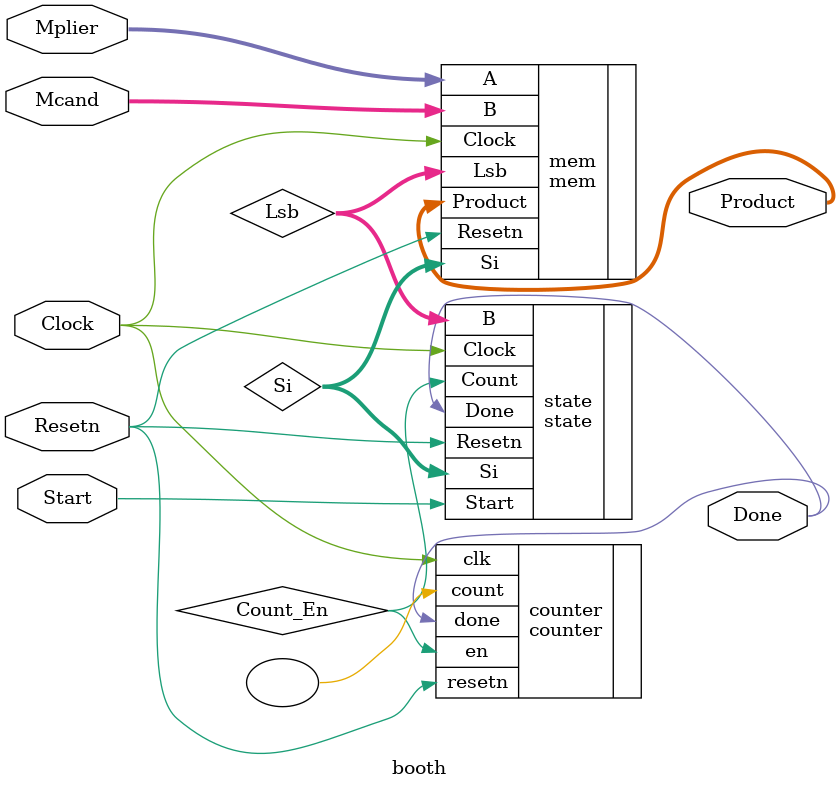
<source format=v>
module booth(
    Clock,
    Resetn,
    Start,
    Mplier,
    Mcand,
    Done,
    Product
);
parameter N = 8;
input Clock;
input Resetn;
input Start;
input [N-1:0] Mplier;
input [N-1:0] Mcand;
output Done;
output [N+N-1:0] Product;

wire Count_En;
wire [3:0] Si;
wire [3:0] Lsb;
state state (
    .B          ( Lsb       ),
    .Done       ( Done      ),
    .Clock      ( Clock     ),
    .Start      ( Start     ),
    .Si         ( Si        ),
    .Count      ( Count_En  ),
    .Resetn     ( Resetn    )
);
mem mem (
    .A          ( Mplier    ),
    .B          ( Mcand     ),
    .Clock      ( Clock     ),
    .Resetn     ( Resetn    ),
    .Si         ( Si        ),
    .Product    ( Product   ),
    .Lsb        ( Lsb       )
);
defparam  mem.N = N;
counter counter(
    .en         ( Count_En  ),
    .clk        ( Clock     ),
    .resetn     ( Resetn    ),
    .count      (           ),
    .done       ( Done      )
);
defparam counter.max = 2;
endmodule

</source>
